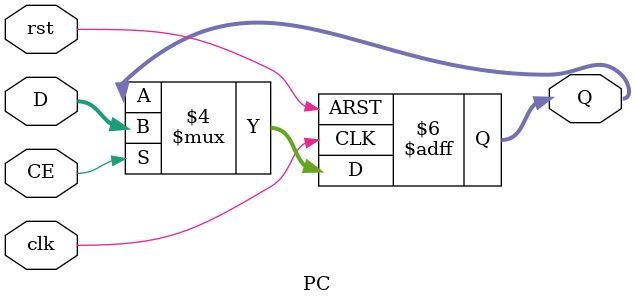
<source format=v>
`timescale 1ns / 1ps


module PC(
    input clk,
    input rst,
    input CE,
    input[31:0] D,
    output reg[31:0] Q
);
    always @(posedge clk or posedge rst)begin
        if(rst) Q <= 32'b0;
        else if(CE == 1'b0) Q <= Q;
        else Q <= D;
    end
endmodule

</source>
